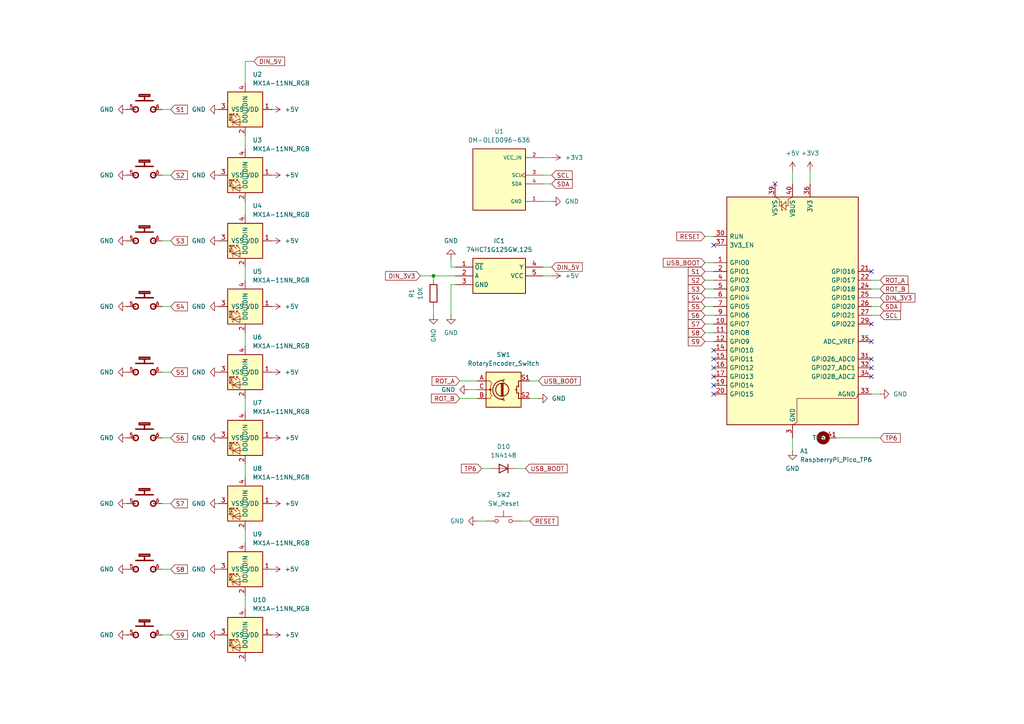
<source format=kicad_sch>
(kicad_sch (version 20250114) (generator "eeschema") (generator_version "9.0")
  (paper "A4")
  (title_block (title "Mini Tastatur by Sinclair81") (date "2025-09-13") (rev "A") (comment 1 "9 Buttons (12 Buttons on MacroPad)") (comment 2 "I2C Display (SPI Display on MacroPad)") (comment 3 "Raspberry Pi Pico (RP 2040 + SMD components on MacroPad)") (comment 4 "--> Adafruit MacroPad - Changes:"))
  (lib_symbols
    (symbol "74HCT1G125GW:74HCT1G125GW,125"
      (property "Reference" "IC" (at 21.59 7.62 0))
      (property "Value" "74HCT1G125GW,125" (at 21.59 5.08 0))
      (symbol "74HCT1G125GW,125_1_1"
        (rectangle (start 5.08 2.54) (end 20.32 -7.62) (stroke (width 0.254)) (fill (type background)))
        (pin passive line (at 0 0 0) (length 5.08) (name "~{OE}") (number "1"))
        (pin passive line (at 0 -2.54 0) (length 5.08) (name "A") (number "2"))
        (pin passive line (at 0 -5.08 0) (length 5.08) (name "GND") (number "3"))
        (pin passive line (at 25.4 0 180) (length 5.08) (name "Y") (number "4"))
        (pin passive line (at 25.4 -2.54 180) (length 5.08) (name "VCC") (number "5"))
      )
    )
    (symbol "Device:R" (pin_numbers (hide yes)) (pin_names (offset 0))
      (property "Reference" "R" (at 2.032 0 90))
      (property "Value" "R" (at 0 0 90))
      (symbol "R_0_1"
        (rectangle (start -1.016 -2.54) (end 1.016 2.54) (stroke (width 0.254)))
      )
      (symbol "R_1_1"
        (pin passive line (at 0 3.81 270) (length 1.27) (name "~") (number "1"))
        (pin passive line (at 0 -3.81 90) (length 1.27) (name "~") (number "2"))
      )
    )
    (symbol "Device:RotaryEncoder_Switch" (pin_names (offset 0.254) (hide yes))
      (property "Reference" "SW" (at 0 6.604 0))
      (property "Value" "RotaryEncoder_Switch" (at 0 -6.604 0))
      (symbol "RotaryEncoder_Switch_0_1"
        (rectangle (start -5.08 5.08) (end 5.08 -5.08) (stroke (width 0.254)) (fill (type background)))
        (polyline (pts (xy -5.08 2.54) (xy -3.81 2.54) (xy -3.81 2.032)))
        (polyline (pts (xy -5.08 0) (xy -3.81 0) (xy -3.81 -1.016) (xy -3.302 -2.032)))
        (polyline (pts (xy -5.08 -2.54) (xy -3.81 -2.54) (xy -3.81 -2.032)))
        (polyline (pts (xy -4.318 0) (xy -3.81 0) (xy -3.81 1.016) (xy -3.302 2.032)))
        (circle (center -3.81 0) (radius 0.254) (fill (type outline)))
        (polyline (pts (xy -0.635 -1.778) (xy -0.635 1.778)) (stroke (width 0.254)))
        (circle (center -0.381 0) (radius 1.905) (stroke (width 0.254)))
        (polyline (pts (xy -0.381 -1.778) (xy -0.381 1.778)) (stroke (width 0.254)))
        (arc (start -0.381 -2.794) (mid -3.0988 -0.0635) (end -0.381 2.667) (stroke (width 0.254)))
        (polyline (pts (xy -0.127 1.778) (xy -0.127 -1.778)) (stroke (width 0.254)))
        (polyline (pts (xy 0.254 2.921) (xy -0.508 2.667) (xy 0.127 2.286)) (stroke (width 0.254)))
        (polyline (pts (xy 0.254 -3.048) (xy -0.508 -2.794) (xy 0.127 -2.413)) (stroke (width 0.254)))
        (polyline (pts (xy 3.81 1.016) (xy 3.81 -1.016)) (stroke (width 0.254)))
        (polyline (pts (xy 3.81 0) (xy 3.429 0)) (stroke (width 0.254)))
        (circle (center 4.318 1.016) (radius 0.127) (stroke (width 0.254)))
        (circle (center 4.318 -1.016) (radius 0.127) (stroke (width 0.254)))
        (polyline (pts (xy 5.08 2.54) (xy 4.318 2.54) (xy 4.318 1.016)) (stroke (width 0.254)))
        (polyline (pts (xy 5.08 -2.54) (xy 4.318 -2.54) (xy 4.318 -1.016)) (stroke (width 0.254)))
      )
      (symbol "RotaryEncoder_Switch_1_1"
        (pin passive line (at -7.62 2.54 0) (length 2.54) (name "A") (number "A"))
        (pin passive line (at -7.62 0 0) (length 2.54) (name "C") (number "C"))
        (pin passive line (at -7.62 -2.54 0) (length 2.54) (name "B") (number "B"))
        (pin passive line (at 7.62 2.54 180) (length 2.54) (name "S1") (number "S1"))
        (pin passive line (at 7.62 -2.54 180) (length 2.54) (name "S2") (number "S2"))
      )
    )
    (symbol "Diode:1N4148WT" (pin_numbers (hide yes)) (pin_names (hide yes))
      (property "Reference" "D" (at 0 2.54 0))
      (property "Value" "1N4148WT" (at 0 -2.54 0))
      (symbol "1N4148WT_0_1"
        (polyline (pts (xy -1.27 1.27) (xy -1.27 -1.27)) (stroke (width 0.254)))
        (polyline (pts (xy 1.27 1.27) (xy 1.27 -1.27) (xy -1.27 0) (xy 1.27 1.27)) (stroke (width 0.254)))
        (polyline (pts (xy 1.27 0) (xy -1.27 0)))
      )
      (symbol "1N4148WT_1_1"
        (pin passive line (at -3.81 0 0) (length 2.54) (name "K") (number "1"))
        (pin passive line (at 3.81 0 180) (length 2.54) (name "A") (number "2"))
      )
    )
    (symbol "MCU_Module:RaspberryPi_Pico_TP6" (pin_names (offset 0.762))
      (property "Reference" "A" (at -19.05 35.56 0))
      (property "Value" "RaspberryPi_Pico_TP6" (at 7.62 35.56 0))
      (symbol "RaspberryPi_Pico_TP6_0_1"
        (rectangle (start -19.05 34.29) (end 19.05 -31.75) (stroke (width 0.254)) (fill (type background)))
        (polyline (pts (xy -5.08 34.29) (xy -3.81 33.655) (xy -3.81 31.75) (xy -3.175 31.75)))
        (polyline (pts (xy -3.429 32.766) (xy -3.429 33.02) (xy -3.175 33.02) (xy -3.175 30.48) (xy -2.921 30.48) (xy -2.921 30.734)))
        (polyline (pts (xy -3.175 31.75) (xy -1.905 33.02) (xy -1.905 30.48) (xy -3.175 31.75)))
        (polyline (pts (xy 0 34.29) (xy -1.27 33.655) (xy -1.27 31.75) (xy -1.905 31.75)))
        (polyline (pts (xy 0 -31.75) (xy 1.27 -31.115) (xy 1.27 -24.13) (xy 18.415 -24.13) (xy 19.05 -22.86)))
        (circle (center 8.89 -35.56) (radius 1.27) (stroke (width 1.27)))
      )
      (symbol "RaspberryPi_Pico_TP6_1_1"
        (pin passive line (at -22.86 22.86 0) (length 3.81) (name "RUN") (number "30"))
        (pin passive line (at -22.86 20.32 0) (length 3.81) (name "3V3_EN") (number "37"))
        (pin bidirectional line (at -22.86 15.24 0) (length 3.81) (name "GPIO0") (number "1"))
        (pin bidirectional line (at -22.86 12.7 0) (length 3.81) (name "GPIO1") (number "2"))
        (pin bidirectional line (at -22.86 10.16 0) (length 3.81) (name "GPIO2") (number "4"))
        (pin bidirectional line (at -22.86 7.62 0) (length 3.81) (name "GPIO3") (number "5"))
        (pin bidirectional line (at -22.86 5.08 0) (length 3.81) (name "GPIO4") (number "6"))
        (pin bidirectional line (at -22.86 2.54 0) (length 3.81) (name "GPIO5") (number "7"))
        (pin bidirectional line (at -22.86 0 0) (length 3.81) (name "GPIO6") (number "9"))
        (pin bidirectional line (at -22.86 -2.54 0) (length 3.81) (name "GPIO7") (number "10"))
        (pin bidirectional line (at -22.86 -5.08 0) (length 3.81) (name "GPIO8") (number "11"))
        (pin bidirectional line (at -22.86 -7.62 0) (length 3.81) (name "GPIO9") (number "12"))
        (pin bidirectional line (at -22.86 -10.16 0) (length 3.81) (name "GPIO10") (number "14"))
        (pin bidirectional line (at -22.86 -12.7 0) (length 3.81) (name "GPIO11") (number "15"))
        (pin bidirectional line (at -22.86 -15.24 0) (length 3.81) (name "GPIO12") (number "16"))
        (pin bidirectional line (at -22.86 -17.78 0) (length 3.81) (name "GPIO13") (number "17"))
        (pin bidirectional line (at -22.86 -20.32 0) (length 3.81) (name "GPIO14") (number "19"))
        (pin bidirectional line (at -22.86 -22.86 0) (length 3.81) (name "GPIO15") (number "20"))
        (pin power_in line (at -5.08 38.1 270) (length 3.81) (name "VSYS") (number "39"))
        (pin power_out line (at 0 38.1 270) (length 3.81) (name "VBUS") (number "40"))
        (pin passive line (at 0 -35.56 90) (length 3.81) (hide yes) (name "GND") (number "13"))
        (pin passive line (at 0 -35.56 90) (length 3.81) (hide yes) (name "GND") (number "18"))
        (pin passive line (at 0 -35.56 90) (length 3.81) (hide yes) (name "GND") (number "23"))
        (pin passive line (at 0 -35.56 90) (length 3.81) (hide yes) (name "GND") (number "28"))
        (pin power_out line (at 0 -35.56 90) (length 3.81) (name "GND") (number "3"))
        (pin passive line (at 0 -35.56 90) (length 3.81) (hide yes) (name "GND") (number "38"))
        (pin passive line (at 0 -35.56 90) (length 3.81) (hide yes) (name "GND") (number "8"))
        (pin power_out line (at 5.08 38.1 270) (length 3.81) (name "3V3") (number "36"))
        (pin input line (at 12.7 -35.56 180) (length 2.54) (name "TP6") (number "41"))
        (pin bidirectional line (at 22.86 12.7 180) (length 3.81) (name "GPIO16") (number "21"))
        (pin bidirectional line (at 22.86 10.16 180) (length 3.81) (name "GPIO17") (number "22"))
        (pin bidirectional line (at 22.86 7.62 180) (length 3.81) (name "GPIO18") (number "24"))
        (pin bidirectional line (at 22.86 5.08 180) (length 3.81) (name "GPIO19") (number "25"))
        (pin bidirectional line (at 22.86 2.54 180) (length 3.81) (name "GPIO20") (number "26"))
        (pin bidirectional line (at 22.86 0 180) (length 3.81) (name "GPIO21") (number "27"))
        (pin bidirectional line (at 22.86 -2.54 180) (length 3.81) (name "GPIO22") (number "29"))
        (pin power_in line (at 22.86 -7.62 180) (length 3.81) (name "ADC_VREF") (number "35"))
        (pin bidirectional line (at 22.86 -12.7 180) (length 3.81) (name "GPIO26_ADC0") (number "31"))
        (pin bidirectional line (at 22.86 -15.24 180) (length 3.81) (name "GPIO27_ADC1") (number "32"))
        (pin bidirectional line (at 22.86 -17.78 180) (length 3.81) (name "GPIO28_ADC2") (number "34"))
        (pin power_out line (at 22.86 -22.86 180) (length 3.81) (name "AGND") (number "33"))
      )
    )
    (symbol "MX1A-11NN:MX1A-11NN_RGB" (pin_names (offset 1.016))
      (property "Reference" "U" (at -4.445 -3.81 0))
      (property "Value" "MX1A-11NN_RGB" (at 0 0 0))
      (symbol "MX1A-11NN_RGB_0_0"
        (polyline (pts (xy -2.54 2.54) (xy 0 2.54)) (stroke (width 0.4064)))
        (circle (center -2.54 0) (radius 0.762) (stroke (width 0.4064)))
        (polyline (pts (xy -1.524 4.318) (xy 1.524 4.318)) (stroke (width 0.4064)))
        (polyline (pts (xy -1.524 3.81) (xy -1.524 4.318)) (stroke (width 0.4064)))
        (polyline (pts (xy 0 3.81) (xy -1.524 3.81)) (stroke (width 0.4064)))
        (polyline (pts (xy 0 2.54) (xy 0 3.81)) (stroke (width 0.4064)))
        (polyline (pts (xy 1.524 4.318) (xy 1.524 3.81)) (stroke (width 0.4064)))
        (polyline (pts (xy 1.524 3.81) (xy 0.254 3.81)) (stroke (width 0.4064)))
        (polyline (pts (xy 2.54 2.54) (xy 0 2.54)) (stroke (width 0.4064)))
        (circle (center 2.54 0) (radius 0.762) (stroke (width 0.4064)))
        (text "RGB" (at 25.019 -2.286 900) (effects (font (size 0.762 0.762))))
      )
      (symbol "MX1A-11NN_RGB_0_1"
        (polyline (pts (xy 25.654 -1.27) (xy 25.654 -1.778)))
        (polyline (pts (xy 25.654 -4.699) (xy 25.654 -2.667)))
        (polyline (pts (xy 26.67 -1.27) (xy 26.67 -1.778)))
        (polyline (pts (xy 26.67 -2.286) (xy 25.654 -1.27) (xy 26.162 -1.27)))
        (polyline (pts (xy 27.686 -2.286) (xy 26.67 -1.27) (xy 27.178 -1.27)))
        (polyline (pts (xy 27.686 -4.699) (xy 27.686 -2.667) (xy 25.654 -3.683) (xy 27.686 -4.699)))
        (polyline (pts (xy 28.194 -3.683) (xy 25.654 -3.683) (xy 25.146 -3.683)))
        (rectangle (start 34.29 -5.08) (end 24.13 5.08) (stroke (width 0.254)) (fill (type background)))
      )
      (symbol "MX1A-11NN_RGB_1_0"
        (pin passive line (at -5.08 0 0) (length 2.54) (name "~") (number "5"))
        (pin passive line (at 5.08 0 180) (length 2.54) (name "~") (number "6"))
      )
      (symbol "MX1A-11NN_RGB_1_1"
        (pin power_in line (at 21.59 0 0) (length 2.54) (name "VSS") (number "3"))
        (pin input line (at 29.21 7.62 270) (length 2.54) (name "DIN") (number "4"))
        (pin output line (at 29.21 -7.62 90) (length 2.54) (name "DOUT") (number "2"))
        (pin power_in line (at 36.83 0 180) (length 2.54) (name "VDD") (number "1"))
      )
    )
    (symbol "SSD1306_I2C:DM-OLED096-636" (pin_names (offset 1.016))
      (property "Reference" "U" (at -7.62 10.922 0))
      (property "Value" "DM-OLED096-636" (at -7.62 -10.16 0))
      (symbol "DM-OLED096-636_0_0"
        (rectangle (start -7.62 -7.62) (end 7.62 10.16) (stroke (width 0.254)) (fill (type background)))
        (pin power_in line (at 12.7 7.62 180) (length 5.08) (name "VCC_IN") (number "2"))
        (pin input clock (at 12.7 2.54 180) (length 5.08) (name "SCL") (number "3"))
        (pin bidirectional line (at 12.7 0 180) (length 5.08) (name "SDA") (number "4"))
        (pin power_in line (at 12.7 -5.08 180) (length 5.08) (name "GND") (number "1"))
      )
    )
    (symbol "Switch:SW_Push" (pin_numbers (hide yes)) (pin_names (offset 1.016) (hide yes))
      (property "Reference" "SW" (at 1.27 2.54 0))
      (property "Value" "SW_Push" (at 0 -1.524 0))
      (symbol "SW_Push_0_1"
        (circle (center -2.032 0) (radius 0.508))
        (polyline (pts (xy 0 1.27) (xy 0 3.048)))
        (circle (center 2.032 0) (radius 0.508))
        (polyline (pts (xy 2.54 1.27) (xy -2.54 1.27)))
        (pin passive line (at -5.08 0 0) (length 2.54) (name "1") (number "1"))
        (pin passive line (at 5.08 0 180) (length 2.54) (name "2") (number "2"))
      )
    )
    (symbol "power:+3V3" (power) (pin_numbers (hide yes)) (pin_names (offset 0) (hide yes))
      (property "Value" "+3V3" (at 0 3.556 0))
      (symbol "+3V3_0_1"
        (polyline (pts (xy -0.762 1.27) (xy 0 2.54)))
        (polyline (pts (xy 0 2.54) (xy 0.762 1.27)))
        (polyline (pts (xy 0 0) (xy 0 2.54)))
      )
      (symbol "+3V3_1_1"
        (pin power_in line (at 0 0 90) (length 0) (name "~") (number "1"))
      )
    )
    (symbol "power:+5V" (power) (pin_numbers (hide yes)) (pin_names (offset 0) (hide yes))
      (property "Value" "+5V" (at 0 3.556 0))
      (symbol "+5V_0_1"
        (polyline (pts (xy -0.762 1.27) (xy 0 2.54)))
        (polyline (pts (xy 0 2.54) (xy 0.762 1.27)))
        (polyline (pts (xy 0 0) (xy 0 2.54)))
      )
      (symbol "+5V_1_1"
        (pin power_in line (at 0 0 90) (length 0) (name "~") (number "1"))
      )
    )
    (symbol "power:GND" (power) (pin_numbers (hide yes)) (pin_names (offset 0) (hide yes))
      (property "Value" "GND" (at 0 -3.81 0))
      (symbol "GND_0_1"
        (polyline (pts (xy 0 0) (xy 0 -1.27) (xy 1.27 -1.27) (xy 0 -2.54) (xy -1.27 -1.27) (xy 0 -1.27)))
      )
      (symbol "GND_1_1"
        (pin power_in line (at 0 0 270) (length 0) (name "~") (number "1"))
      )
    )
  )
  (junction (at 125.73 80.01))
  (no_connect (at 224.79 53.34))
  (no_connect (at 252.73 106.68))
  (no_connect (at 207.01 106.68))
  (no_connect (at 207.01 111.76))
  (no_connect (at 252.73 104.14))
  (no_connect (at 207.01 71.12))
  (no_connect (at 207.01 101.6))
  (no_connect (at 207.01 114.3))
  (no_connect (at 252.73 109.22))
  (no_connect (at 252.73 78.74))
  (no_connect (at 252.73 99.06))
  (no_connect (at 207.01 104.14))
  (no_connect (at 207.01 109.22))
  (no_connect (at 252.73 93.98))
  (wire (pts (xy 234.95 49.53) (xy 234.95 53.34)))
  (wire (pts (xy 151.13 151.13) (xy 153.67 151.13)))
  (wire (pts (xy 229.87 49.53) (xy 229.87 53.34)))
  (wire (pts (xy 71.12 172.72) (xy 71.12 176.53)))
  (wire (pts (xy 71.12 39.37) (xy 71.12 43.18)))
  (wire (pts (xy 157.48 45.72) (xy 160.02 45.72)))
  (wire (pts (xy 133.35 115.57) (xy 138.43 115.57)))
  (wire (pts (xy 204.47 86.36) (xy 207.01 86.36)))
  (wire (pts (xy 204.47 68.58) (xy 207.01 68.58)))
  (wire (pts (xy 71.12 115.57) (xy 71.12 119.38)))
  (wire (pts (xy 252.73 91.44) (xy 255.27 91.44)))
  (wire (pts (xy 252.73 86.36) (xy 255.27 86.36)))
  (wire (pts (xy 153.67 110.49) (xy 156.21 110.49)))
  (wire (pts (xy 125.73 80.01) (xy 125.73 81.28)))
  (wire (pts (xy 149.86 135.89) (xy 152.4 135.89)))
  (wire (pts (xy 252.73 114.3) (xy 255.27 114.3)))
  (wire (pts (xy 229.87 127) (xy 229.87 130.81)))
  (wire (pts (xy 46.99 69.85) (xy 49.53 69.85)))
  (wire (pts (xy 71.12 134.62) (xy 71.12 138.43)))
  (wire (pts (xy 204.47 83.82) (xy 207.01 83.82)))
  (wire (pts (xy 71.12 153.67) (xy 71.12 157.48)))
  (wire (pts (xy 135.89 113.03) (xy 138.43 113.03)))
  (wire (pts (xy 204.47 81.28) (xy 207.01 81.28)))
  (wire (pts (xy 242.57 127) (xy 255.27 127)))
  (wire (pts (xy 130.81 77.47) (xy 130.81 74.93)))
  (wire (pts (xy 46.99 127) (xy 49.53 127)))
  (wire (pts (xy 204.47 78.74) (xy 207.01 78.74)))
  (wire (pts (xy 204.47 91.44) (xy 207.01 91.44)))
  (wire (pts (xy 204.47 99.06) (xy 207.01 99.06)))
  (wire (pts (xy 132.08 80.01) (xy 125.73 80.01)))
  (wire (pts (xy 71.12 24.13) (xy 71.12 17.78)))
  (wire (pts (xy 125.73 91.44) (xy 125.73 88.9)))
  (wire (pts (xy 157.48 58.42) (xy 160.02 58.42)))
  (wire (pts (xy 46.99 107.95) (xy 49.53 107.95)))
  (wire (pts (xy 204.47 88.9) (xy 207.01 88.9)))
  (wire (pts (xy 71.12 58.42) (xy 71.12 62.23)))
  (wire (pts (xy 204.47 93.98) (xy 207.01 93.98)))
  (wire (pts (xy 46.99 184.15) (xy 49.53 184.15)))
  (wire (pts (xy 138.43 151.13) (xy 140.97 151.13)))
  (wire (pts (xy 157.48 77.47) (xy 160.02 77.47)))
  (wire (pts (xy 204.47 96.52) (xy 207.01 96.52)))
  (wire (pts (xy 46.99 146.05) (xy 49.53 146.05)))
  (wire (pts (xy 252.73 83.82) (xy 255.27 83.82)))
  (wire (pts (xy 157.48 80.01) (xy 160.02 80.01)))
  (wire (pts (xy 130.81 82.55) (xy 130.81 91.44)))
  (wire (pts (xy 132.08 82.55) (xy 130.81 82.55)))
  (wire (pts (xy 133.35 110.49) (xy 138.43 110.49)))
  (wire (pts (xy 46.99 88.9) (xy 49.53 88.9)))
  (wire (pts (xy 252.73 88.9) (xy 255.27 88.9)))
  (wire (pts (xy 157.48 50.8) (xy 160.02 50.8)))
  (wire (pts (xy 46.99 165.1) (xy 49.53 165.1)))
  (wire (pts (xy 71.12 96.52) (xy 71.12 100.33)))
  (wire (pts (xy 153.67 115.57) (xy 156.21 115.57)))
  (wire (pts (xy 46.99 50.8) (xy 49.53 50.8)))
  (wire (pts (xy 71.12 77.47) (xy 71.12 81.28)))
  (wire (pts (xy 204.47 76.2) (xy 207.01 76.2)))
  (wire (pts (xy 252.73 81.28) (xy 255.27 81.28)))
  (wire (pts (xy 132.08 77.47) (xy 130.81 77.47)))
  (wire (pts (xy 139.7 135.89) (xy 142.24 135.89)))
  (wire (pts (xy 71.12 17.78) (xy 73.66 17.78)))
  (wire (pts (xy 46.99 31.75) (xy 49.53 31.75)))
  (wire (pts (xy 157.48 53.34) (xy 160.02 53.34)))
  (wire (pts (xy 121.92 80.01) (xy 125.73 80.01)))
  (global_label "SDA" (shape input) (at 160.02 53.34 0) (property "Intersheetrefs" "${INTERSHEET_REFS}" (effects (hide yes))))
  (global_label "S9" (shape input) (at 204.47 99.06 180) (property "Intersheetrefs" "${INTERSHEET_REFS}" (effects (hide yes))))
  (global_label "S1" (shape input) (at 204.47 78.74 180) (property "Intersheetrefs" "${INTERSHEET_REFS}" (effects (hide yes))))
  (global_label "S2" (shape input) (at 49.53 50.8 0) (property "Intersheetrefs" "${INTERSHEET_REFS}" (effects (hide yes))))
  (global_label "ROT_B" (shape input) (at 133.35 115.57 180) (property "Intersheetrefs" "${INTERSHEET_REFS}" (effects (hide yes))))
  (global_label "S8" (shape input) (at 49.53 165.1 0) (property "Intersheetrefs" "${INTERSHEET_REFS}" (effects (hide yes))))
  (global_label "USB_BOOT" (shape input) (at 156.21 110.49 0) (property "Intersheetrefs" "${INTERSHEET_REFS}" (effects (hide yes))))
  (global_label "ROT_B" (shape input) (at 255.27 83.82 0) (property "Intersheetrefs" "${INTERSHEET_REFS}" (effects (hide yes))))
  (global_label "DIN_3V3" (shape input) (at 255.27 86.36 0) (property "Intersheetrefs" "${INTERSHEET_REFS}" (effects (hide yes))))
  (global_label "DIN_3V3" (shape input) (at 121.92 80.01 180) (property "Intersheetrefs" "${INTERSHEET_REFS}" (effects (hide yes))))
  (global_label "S4" (shape input) (at 204.47 86.36 180) (property "Intersheetrefs" "${INTERSHEET_REFS}" (effects (hide yes))))
  (global_label "S5" (shape input) (at 204.47 88.9 180) (property "Intersheetrefs" "${INTERSHEET_REFS}" (effects (hide yes))))
  (global_label "TP6" (shape input) (at 139.7 135.89 180) (property "Intersheetrefs" "${INTERSHEET_REFS}" (effects (hide yes))))
  (global_label "SCL" (shape input) (at 255.27 91.44 0) (property "Intersheetrefs" "${INTERSHEET_REFS}" (effects (hide yes))))
  (global_label "S8" (shape input) (at 204.47 96.52 180) (property "Intersheetrefs" "${INTERSHEET_REFS}" (effects (hide yes))))
  (global_label "RESET" (shape input) (at 153.67 151.13 0) (property "Intersheetrefs" "${INTERSHEET_REFS}" (effects (hide yes))))
  (global_label "S6" (shape input) (at 49.53 127 0) (property "Intersheetrefs" "${INTERSHEET_REFS}" (effects (hide yes))))
  (global_label "S9" (shape input) (at 49.53 184.15 0) (property "Intersheetrefs" "${INTERSHEET_REFS}" (effects (hide yes))))
  (global_label "S3" (shape input) (at 204.47 83.82 180) (property "Intersheetrefs" "${INTERSHEET_REFS}" (effects (hide yes))))
  (global_label "RESET" (shape input) (at 204.47 68.58 180) (property "Intersheetrefs" "${INTERSHEET_REFS}" (effects (hide yes))))
  (global_label "S4" (shape input) (at 49.53 88.9 0) (property "Intersheetrefs" "${INTERSHEET_REFS}" (effects (hide yes))))
  (global_label "USB_BOOT" (shape input) (at 152.4 135.89 0) (property "Intersheetrefs" "${INTERSHEET_REFS}" (effects (hide yes))))
  (global_label "TP6" (shape input) (at 255.27 127 0) (property "Intersheetrefs" "${INTERSHEET_REFS}" (effects (hide yes))))
  (global_label "SDA" (shape input) (at 255.27 88.9 0) (property "Intersheetrefs" "${INTERSHEET_REFS}" (effects (hide yes))))
  (global_label "SCL" (shape input) (at 160.02 50.8 0) (property "Intersheetrefs" "${INTERSHEET_REFS}" (effects (hide yes))))
  (global_label "S6" (shape input) (at 204.47 91.44 180) (property "Intersheetrefs" "${INTERSHEET_REFS}" (effects (hide yes))))
  (global_label "DIN_5V" (shape input) (at 73.66 17.78 0) (property "Intersheetrefs" "${INTERSHEET_REFS}" (effects (hide yes))))
  (global_label "DIN_5V" (shape input) (at 160.02 77.47 0) (property "Intersheetrefs" "${INTERSHEET_REFS}" (effects (hide yes))))
  (global_label "ROT_A" (shape input) (at 255.27 81.28 0) (property "Intersheetrefs" "${INTERSHEET_REFS}" (effects (hide yes))))
  (global_label "ROT_A" (shape input) (at 133.35 110.49 180) (property "Intersheetrefs" "${INTERSHEET_REFS}" (effects (hide yes))))
  (global_label "S3" (shape input) (at 49.53 69.85 0) (property "Intersheetrefs" "${INTERSHEET_REFS}" (effects (hide yes))))
  (global_label "USB_BOOT" (shape input) (at 204.47 76.2 180) (property "Intersheetrefs" "${INTERSHEET_REFS}" (effects (hide yes))))
  (global_label "S5" (shape input) (at 49.53 107.95 0) (property "Intersheetrefs" "${INTERSHEET_REFS}" (effects (hide yes))))
  (global_label "S7" (shape input) (at 49.53 146.05 0) (property "Intersheetrefs" "${INTERSHEET_REFS}" (effects (hide yes))))
  (global_label "S7" (shape input) (at 204.47 93.98 180) (property "Intersheetrefs" "${INTERSHEET_REFS}" (effects (hide yes))))
  (global_label "S2" (shape input) (at 204.47 81.28 180) (property "Intersheetrefs" "${INTERSHEET_REFS}" (effects (hide yes))))
  (global_label "S1" (shape input) (at 49.53 31.75 0) (property "Intersheetrefs" "${INTERSHEET_REFS}" (effects (hide yes))))
  (symbol (lib_id "power:GND") (at 36.83 184.15 270) (unit 1)
    (property "Reference" "#PWR025" (effects (hide yes)))
    (property "Value" "GND" (at 33.02 184.1499 90) (effects (justify right)))
    (property "Description" "Power symbol creates a global label with name \"GND\" , ground" (effects (hide yes)))
  )
  (symbol (lib_id "power:+5V") (at 160.02 80.01 270) (unit 1)
    (property "Reference" "#PWR029" (effects (hide yes)))
    (property "Value" "+5V" (at 163.83 80.0099 90) (effects (justify left)))
    (property "Description" "Power symbol creates a global label with name \"+5V\"" (effects (hide yes)))
  )
  (symbol (lib_id "power:GND") (at 255.27 114.3 90) (unit 1)
    (property "Reference" "#PWR035" (effects (hide yes)))
    (property "Value" "GND" (at 259.08 114.2999 90) (effects (justify right)))
    (property "Description" "Power symbol creates a global label with name \"GND\" , ground" (effects (hide yes)))
  )
  (symbol (lib_id "power:GND") (at 63.5 107.95 270) (unit 1)
    (property "Reference" "#PWR013" (effects (hide yes)))
    (property "Value" "GND" (at 59.69 107.9499 90) (effects (justify right)))
    (property "Description" "Power symbol creates a global label with name \"GND\" , ground" (effects (hide yes)))
  )
  (symbol (lib_id "power:+5V") (at 78.74 127 270) (unit 1)
    (property "Reference" "#PWR017" (effects (hide yes)))
    (property "Value" "+5V" (at 82.55 126.9999 90) (effects (justify left)))
    (property "Description" "Power symbol creates a global label with name \"+5V\"" (effects (hide yes)))
  )
  (symbol (lib_id "power:GND") (at 160.02 58.42 90) (unit 1)
    (property "Reference" "#PWR036" (effects (hide yes)))
    (property "Value" "GND" (at 163.83 58.4199 90) (effects (justify right)))
    (property "Description" "Power symbol creates a global label with name \"GND\" , ground" (effects (hide yes)))
  )
  (symbol (lib_id "power:GND") (at 36.83 107.95 270) (unit 1)
    (property "Reference" "#PWR012" (effects (hide yes)))
    (property "Value" "GND" (at 33.02 107.9499 90) (effects (justify right)))
    (property "Description" "Power symbol creates a global label with name \"GND\" , ground" (effects (hide yes)))
  )
  (symbol (lib_id "power:GND") (at 63.5 31.75 270) (unit 1)
    (property "Reference" "#PWR02" (effects (hide yes)))
    (property "Value" "GND" (at 59.69 31.7499 90) (effects (justify right)))
    (property "Description" "Power symbol creates a global label with name \"GND\" , ground" (effects (hide yes)))
  )
  (symbol (lib_id "power:GND") (at 36.83 88.9 270) (unit 1)
    (property "Reference" "#PWR09" (effects (hide yes)))
    (property "Value" "GND" (at 33.02 88.8999 90) (effects (justify right)))
    (property "Description" "Power symbol creates a global label with name \"GND\" , ground" (effects (hide yes)))
  )
  (symbol (lib_id "Diode:1N4148WT") (at 146.05 135.89 180) (unit 1)
    (property "Reference" "D10" (at 146.05 129.54 0))
    (property "Value" "1N4148" (at 146.05 132.08 0))
    (property "Footprint" "Diode_SMD:D_SOD-523" (effects (hide yes)))
    (property "Datasheet" "https://www.diodes.com/assets/Datasheets/ds30396.pdf" (effects (hide yes)))
    (property "Description" "75V 0.15A Fast switching Diode, SOD-523" (effects (hide yes)))
    (property "Sim.Device" "D" (effects (hide yes)))
    (property "Sim.Pins" "1=K 2=A" (effects (hide yes)))
  )
  (symbol (lib_id "74HCT1G125GW:74HCT1G125GW,125") (at 132.08 77.47 0) (unit 1)
    (property "Reference" "IC1" (at 144.78 69.85 0))
    (property "Value" "74HCT1G125GW,125" (at 144.78 72.39 0))
    (property "Footprint" "SOT65P212X110-5N" (effects (hide yes)))
    (property "Datasheet" "https://assets.nexperia.com/documents/data-sheet/74HC_HCT1G125.pdf" (effects (hide yes)))
    (property "Description" "74HC(T)1G125 - Bus buffer/line driver; 3-state@en-us" (effects (hide yes)))
    (property "Height" "1.1" (effects (hide yes)))
    (property "Mouser Part Number" "771-74HCT1G125GW-G" (effects (hide yes)))
    (property "Mouser Price/Stock" "https://www.mouser.co.uk/ProductDetail/Nexperia/74HCT1G125GW125?qs=P62ublwmbi9fxWhuHktl8w%3D%3D" (effects (hide yes)))
    (property "Manufacturer_Name" "Nexperia" (effects (hide yes)))
    (property "Manufacturer_Part_Number" "74HCT1G125GW,125" (effects (hide yes)))
  )
  (symbol (lib_id "power:+5V") (at 78.74 31.75 270) (unit 1)
    (property "Reference" "#PWR019" (effects (hide yes)))
    (property "Value" "+5V" (at 82.55 31.7499 90) (effects (justify left)))
    (property "Description" "Power symbol creates a global label with name \"+5V\"" (effects (hide yes)))
  )
  (symbol (lib_id "Device:RotaryEncoder_Switch") (at 146.05 113.03 0) (unit 1)
    (property "Reference" "SW1" (at 146.05 102.87 0))
    (property "Value" "RotaryEncoder_Switch" (at 146.05 105.41 0))
    (property "Footprint" "Rotary_Encoder:RotaryEncoder_Alps_EC11E-Switch_Vertical_H20mm" (effects (hide yes)))
    (property "Description" "Rotary encoder, dual channel, incremental quadrate outputs, with switch" (effects (hide yes)))
  )
  (symbol (lib_id "power:GND") (at 63.5 88.9 270) (unit 1)
    (property "Reference" "#PWR010" (effects (hide yes)))
    (property "Value" "GND" (at 59.69 88.8999 90) (effects (justify right)))
    (property "Description" "Power symbol creates a global label with name \"GND\" , ground" (effects (hide yes)))
  )
  (symbol (lib_id "power:GND") (at 138.43 151.13 270) (unit 1)
    (property "Reference" "#PWR040" (effects (hide yes)))
    (property "Value" "GND" (at 134.62 151.1299 90) (effects (justify right)))
    (property "Description" "Power symbol creates a global label with name \"GND\" , ground" (effects (hide yes)))
  )
  (symbol (lib_id "power:+5V") (at 78.74 146.05 270) (unit 1)
    (property "Reference" "#PWR021" (effects (hide yes)))
    (property "Value" "+5V" (at 82.55 146.0499 90) (effects (justify left)))
    (property "Description" "Power symbol creates a global label with name \"+5V\"" (effects (hide yes)))
  )
  (symbol (lib_id "MX1A-11NN:MX1A-11NN_RGB") (at 41.91 50.8 0) (unit 1)
    (property "Reference" "U3" (at 73.2633 40.64 0) (effects (justify left)))
    (property "Value" "MX1A-11NN_RGB" (at 73.2633 43.18 0) (effects (justify left)))
    (property "Footprint" "MX1A-11NN:CHERRY_MX1A-11NN_SWITCH_RGB" (effects (hide yes)))
    (property "MF" "Cherry" (effects (hide yes)))
    (property "Description_1" "Switch,Key,SPST-NO,Keyboard,Low Profile,10mA,12VDC,Face Place Mount,Std Force | Cherry Americas MX1A-11NN" (effects (hide yes)))
    (property "Package" "None" (effects (hide yes)))
    (property "Price" "None" (effects (hide yes)))
    (property "SnapEDA_Link" "https://www.snapeda.com/parts/MX1A-11NN/Cherry/view-part/?ref=snap" (effects (hide yes)))
    (property "MP" "MX1A-11NN" (effects (hide yes)))
    (property "Availability" "In Stock" (effects (hide yes)))
    (property "Check_prices" "https://www.snapeda.com/parts/MX1A-11NN/Cherry/view-part/?ref=eda" (effects (hide yes)))
  )
  (symbol (lib_id "power:+5V") (at 78.74 184.15 270) (unit 1)
    (property "Reference" "#PWR027" (effects (hide yes)))
    (property "Value" "+5V" (at 82.55 184.1499 90) (effects (justify left)))
    (property "Description" "Power symbol creates a global label with name \"+5V\"" (effects (hide yes)))
  )
  (symbol (lib_id "power:+3V3") (at 160.02 45.72 270) (unit 1)
    (property "Reference" "#PWR038" (effects (hide yes)))
    (property "Value" "+3V3" (at 163.83 45.7199 90) (effects (justify left)))
    (property "Description" "Power symbol creates a global label with name \"+3V3\"" (effects (hide yes)))
  )
  (symbol (lib_id "power:GND") (at 156.21 115.57 90) (unit 1)
    (property "Reference" "#PWR033" (effects (hide yes)))
    (property "Value" "GND" (at 160.02 115.5699 90) (effects (justify right)))
    (property "Description" "Power symbol creates a global label with name \"GND\" , ground" (effects (hide yes)))
  )
  (symbol (lib_id "power:+5V") (at 229.87 49.53 0) (unit 1)
    (property "Reference" "#PWR028" (effects (hide yes)))
    (property "Value" "+5V" (at 229.87 44.45 0))
    (property "Description" "Power symbol creates a global label with name \"+5V\"" (effects (hide yes)))
  )
  (symbol (lib_id "power:+5V") (at 78.74 50.8 270) (unit 1)
    (property "Reference" "#PWR05" (effects (hide yes)))
    (property "Value" "+5V" (at 82.55 50.7999 90) (effects (justify left)))
    (property "Description" "Power symbol creates a global label with name \"+5V\"" (effects (hide yes)))
  )
  (symbol (lib_id "power:GND") (at 63.5 146.05 270) (unit 1)
    (property "Reference" "#PWR020" (effects (hide yes)))
    (property "Value" "GND" (at 59.69 146.0499 90) (effects (justify right)))
    (property "Description" "Power symbol creates a global label with name \"GND\" , ground" (effects (hide yes)))
  )
  (symbol (lib_id "MX1A-11NN:MX1A-11NN_RGB") (at 41.91 31.75 0) (unit 1)
    (property "Reference" "U2" (at 73.2633 21.59 0) (effects (justify left)))
    (property "Value" "MX1A-11NN_RGB" (at 73.2633 24.13 0) (effects (justify left)))
    (property "Footprint" "MX1A-11NN:CHERRY_MX1A-11NN_SWITCH_RGB" (effects (hide yes)))
    (property "MF" "Cherry" (effects (hide yes)))
    (property "Description_1" "Switch,Key,SPST-NO,Keyboard,Low Profile,10mA,12VDC,Face Place Mount,Std Force | Cherry Americas MX1A-11NN" (effects (hide yes)))
    (property "Package" "None" (effects (hide yes)))
    (property "Price" "None" (effects (hide yes)))
    (property "SnapEDA_Link" "https://www.snapeda.com/parts/MX1A-11NN/Cherry/view-part/?ref=snap" (effects (hide yes)))
    (property "MP" "MX1A-11NN" (effects (hide yes)))
    (property "Availability" "In Stock" (effects (hide yes)))
    (property "Check_prices" "https://www.snapeda.com/parts/MX1A-11NN/Cherry/view-part/?ref=eda" (effects (hide yes)))
  )
  (symbol (lib_id "MX1A-11NN:MX1A-11NN_RGB") (at 41.91 165.1 0) (unit 1)
    (property "Reference" "U9" (at 73.2633 154.94 0) (effects (justify left)))
    (property "Value" "MX1A-11NN_RGB" (at 73.2633 157.48 0) (effects (justify left)))
    (property "Footprint" "MX1A-11NN:CHERRY_MX1A-11NN_SWITCH_RGB" (effects (hide yes)))
    (property "MF" "Cherry" (effects (hide yes)))
    (property "Description_1" "Switch,Key,SPST-NO,Keyboard,Low Profile,10mA,12VDC,Face Place Mount,Std Force | Cherry Americas MX1A-11NN" (effects (hide yes)))
    (property "Package" "None" (effects (hide yes)))
    (property "Price" "None" (effects (hide yes)))
    (property "SnapEDA_Link" "https://www.snapeda.com/parts/MX1A-11NN/Cherry/view-part/?ref=snap" (effects (hide yes)))
    (property "MP" "MX1A-11NN" (effects (hide yes)))
    (property "Availability" "In Stock" (effects (hide yes)))
    (property "Check_prices" "https://www.snapeda.com/parts/MX1A-11NN/Cherry/view-part/?ref=eda" (effects (hide yes)))
  )
  (symbol (lib_id "power:GND") (at 135.89 113.03 270) (unit 1)
    (property "Reference" "#PWR034" (effects (hide yes)))
    (property "Value" "GND" (at 132.08 113.0299 90) (effects (justify right)))
    (property "Description" "Power symbol creates a global label with name \"GND\" , ground" (effects (hide yes)))
  )
  (symbol (lib_id "power:GND") (at 130.81 74.93 180) (unit 1)
    (property "Reference" "#PWR032" (effects (hide yes)))
    (property "Value" "GND" (at 130.81 69.85 0))
    (property "Description" "Power symbol creates a global label with name \"GND\" , ground" (effects (hide yes)))
  )
  (symbol (lib_id "power:GND") (at 63.5 50.8 270) (unit 1)
    (property "Reference" "#PWR04" (effects (hide yes)))
    (property "Value" "GND" (at 59.69 50.7999 90) (effects (justify right)))
    (property "Description" "Power symbol creates a global label with name \"GND\" , ground" (effects (hide yes)))
  )
  (symbol (lib_id "MCU_Module:RaspberryPi_Pico_TP6") (at 229.87 91.44 0) (unit 1)
    (property "Reference" "A1" (at 232.0133 130.81 0) (effects (justify left)))
    (property "Value" "RaspberryPi_Pico_TP6" (at 232.0133 133.35 0) (effects (justify left)))
    (property "Footprint" "Module:RaspberryPi_Pico_Common_SMD_TP6" (effects (hide yes)))
    (property "Datasheet" "https://datasheets.raspberrypi.com/pico/pico-datasheet.pdf" (effects (hide yes)))
    (property "Description" "Versatile and inexpensive microcontroller module powered by RP2040 dual-core Arm Cortex-M0+ processor up to 133 MHz, 264kB SRAM, 2MB QSPI flash; also supports Raspberry Pi Pico 2" (effects (hide yes)))
  )
  (symbol (lib_id "Switch:SW_Push") (at 146.05 151.13 0) (unit 1)
    (property "Reference" "SW2" (at 146.05 143.51 0))
    (property "Value" "SW_Reset" (at 146.05 146.05 0))
    (property "Footprint" "Button_Switch_SMD:SW_Push_1P1T_NO_E-Switch_TL3301NxxxxxG" (effects (hide yes)))
    (property "Description" "Push button switch, generic, two pins" (effects (hide yes)))
  )
  (symbol (lib_id "power:+5V") (at 78.74 88.9 270) (unit 1)
    (property "Reference" "#PWR011" (effects (hide yes)))
    (property "Value" "+5V" (at 82.55 88.8999 90) (effects (justify left)))
    (property "Description" "Power symbol creates a global label with name \"+5V\"" (effects (hide yes)))
  )
  (symbol (lib_id "power:GND") (at 63.5 69.85 270) (unit 1)
    (property "Reference" "#PWR07" (effects (hide yes)))
    (property "Value" "GND" (at 59.69 69.8499 90) (effects (justify right)))
    (property "Description" "Power symbol creates a global label with name \"GND\" , ground" (effects (hide yes)))
  )
  (symbol (lib_id "power:GND") (at 36.83 146.05 270) (unit 1)
    (property "Reference" "#PWR018" (effects (hide yes)))
    (property "Value" "GND" (at 33.02 146.0499 90) (effects (justify right)))
    (property "Description" "Power symbol creates a global label with name \"GND\" , ground" (effects (hide yes)))
  )
  (symbol (lib_id "MX1A-11NN:MX1A-11NN_RGB") (at 41.91 107.95 0) (unit 1)
    (property "Reference" "U6" (at 73.2633 97.79 0) (effects (justify left)))
    (property "Value" "MX1A-11NN_RGB" (at 73.2633 100.33 0) (effects (justify left)))
    (property "Footprint" "MX1A-11NN:CHERRY_MX1A-11NN_SWITCH_RGB" (effects (hide yes)))
    (property "MF" "Cherry" (effects (hide yes)))
    (property "Description_1" "Switch,Key,SPST-NO,Keyboard,Low Profile,10mA,12VDC,Face Place Mount,Std Force | Cherry Americas MX1A-11NN" (effects (hide yes)))
    (property "Package" "None" (effects (hide yes)))
    (property "Price" "None" (effects (hide yes)))
    (property "SnapEDA_Link" "https://www.snapeda.com/parts/MX1A-11NN/Cherry/view-part/?ref=snap" (effects (hide yes)))
    (property "MP" "MX1A-11NN" (effects (hide yes)))
    (property "Availability" "In Stock" (effects (hide yes)))
    (property "Check_prices" "https://www.snapeda.com/parts/MX1A-11NN/Cherry/view-part/?ref=eda" (effects (hide yes)))
  )
  (symbol (lib_id "MX1A-11NN:MX1A-11NN_RGB") (at 41.91 69.85 0) (unit 1)
    (property "Reference" "U4" (at 73.2633 59.69 0) (effects (justify left)))
    (property "Value" "MX1A-11NN_RGB" (at 73.2633 62.23 0) (effects (justify left)))
    (property "Footprint" "MX1A-11NN:CHERRY_MX1A-11NN_SWITCH_RGB" (effects (hide yes)))
    (property "MF" "Cherry" (effects (hide yes)))
    (property "Description_1" "Switch,Key,SPST-NO,Keyboard,Low Profile,10mA,12VDC,Face Place Mount,Std Force | Cherry Americas MX1A-11NN" (effects (hide yes)))
    (property "Package" "None" (effects (hide yes)))
    (property "Price" "None" (effects (hide yes)))
    (property "SnapEDA_Link" "https://www.snapeda.com/parts/MX1A-11NN/Cherry/view-part/?ref=snap" (effects (hide yes)))
    (property "MP" "MX1A-11NN" (effects (hide yes)))
    (property "Availability" "In Stock" (effects (hide yes)))
    (property "Check_prices" "https://www.snapeda.com/parts/MX1A-11NN/Cherry/view-part/?ref=eda" (effects (hide yes)))
  )
  (symbol (lib_id "power:GND") (at 63.5 184.15 270) (unit 1)
    (property "Reference" "#PWR026" (effects (hide yes)))
    (property "Value" "GND" (at 59.69 184.1499 90) (effects (justify right)))
    (property "Description" "Power symbol creates a global label with name \"GND\" , ground" (effects (hide yes)))
  )
  (symbol (lib_id "power:GND") (at 36.83 127 270) (unit 1)
    (property "Reference" "#PWR015" (effects (hide yes)))
    (property "Value" "GND" (at 33.02 126.9999 90) (effects (justify right)))
    (property "Description" "Power symbol creates a global label with name \"GND\" , ground" (effects (hide yes)))
  )
  (symbol (lib_id "MX1A-11NN:MX1A-11NN_RGB") (at 41.91 146.05 0) (unit 1)
    (property "Reference" "U8" (at 73.2633 135.89 0) (effects (justify left)))
    (property "Value" "MX1A-11NN_RGB" (at 73.2633 138.43 0) (effects (justify left)))
    (property "Footprint" "MX1A-11NN:CHERRY_MX1A-11NN_SWITCH_RGB" (effects (hide yes)))
    (property "MF" "Cherry" (effects (hide yes)))
    (property "Description_1" "Switch,Key,SPST-NO,Keyboard,Low Profile,10mA,12VDC,Face Place Mount,Std Force | Cherry Americas MX1A-11NN" (effects (hide yes)))
    (property "Package" "None" (effects (hide yes)))
    (property "Price" "None" (effects (hide yes)))
    (property "SnapEDA_Link" "https://www.snapeda.com/parts/MX1A-11NN/Cherry/view-part/?ref=snap" (effects (hide yes)))
    (property "MP" "MX1A-11NN" (effects (hide yes)))
    (property "Availability" "In Stock" (effects (hide yes)))
    (property "Check_prices" "https://www.snapeda.com/parts/MX1A-11NN/Cherry/view-part/?ref=eda" (effects (hide yes)))
  )
  (symbol (lib_id "power:+3V3") (at 234.95 49.53 0) (unit 1)
    (property "Reference" "#PWR037" (effects (hide yes)))
    (property "Value" "+3V3" (at 234.95 44.45 0))
    (property "Description" "Power symbol creates a global label with name \"+3V3\"" (effects (hide yes)))
  )
  (symbol (lib_id "power:+5V") (at 78.74 69.85 270) (unit 1)
    (property "Reference" "#PWR08" (effects (hide yes)))
    (property "Value" "+5V" (at 82.55 69.8499 90) (effects (justify left)))
    (property "Description" "Power symbol creates a global label with name \"+5V\"" (effects (hide yes)))
  )
  (symbol (lib_id "power:GND") (at 125.73 91.44 0) (unit 1)
    (property "Reference" "#PWR031" (effects (hide yes)))
    (property "Value" "GND" (at 125.7299 95.25 90) (effects (justify right)))
    (property "Description" "Power symbol creates a global label with name \"GND\" , ground" (effects (hide yes)))
  )
  (symbol (lib_id "Device:R") (at 125.73 85.09 180) (unit 1)
    (property "Reference" "R1" (at 119.38 85.09 90))
    (property "Value" "10K" (at 121.92 85.09 90))
    (property "Footprint" "Resistor_SMD:R_0603_1608Metric" (effects (hide yes)))
    (property "Description" "Resistor" (effects (hide yes)))
  )
  (symbol (lib_id "power:+5V") (at 78.74 165.1 270) (unit 1)
    (property "Reference" "#PWR024" (effects (hide yes)))
    (property "Value" "+5V" (at 82.55 165.0999 90) (effects (justify left)))
    (property "Description" "Power symbol creates a global label with name \"+5V\"" (effects (hide yes)))
  )
  (symbol (lib_id "MX1A-11NN:MX1A-11NN_RGB") (at 41.91 88.9 0) (unit 1)
    (property "Reference" "U5" (at 73.2633 78.74 0) (effects (justify left)))
    (property "Value" "MX1A-11NN_RGB" (at 73.2633 81.28 0) (effects (justify left)))
    (property "Footprint" "MX1A-11NN:CHERRY_MX1A-11NN_SWITCH_RGB" (effects (hide yes)))
    (property "MF" "Cherry" (effects (hide yes)))
    (property "Description_1" "Switch,Key,SPST-NO,Keyboard,Low Profile,10mA,12VDC,Face Place Mount,Std Force | Cherry Americas MX1A-11NN" (effects (hide yes)))
    (property "Package" "None" (effects (hide yes)))
    (property "Price" "None" (effects (hide yes)))
    (property "SnapEDA_Link" "https://www.snapeda.com/parts/MX1A-11NN/Cherry/view-part/?ref=snap" (effects (hide yes)))
    (property "MP" "MX1A-11NN" (effects (hide yes)))
    (property "Availability" "In Stock" (effects (hide yes)))
    (property "Check_prices" "https://www.snapeda.com/parts/MX1A-11NN/Cherry/view-part/?ref=eda" (effects (hide yes)))
  )
  (symbol (lib_id "power:GND") (at 130.81 91.44 0) (unit 1)
    (property "Reference" "#PWR030" (effects (hide yes)))
    (property "Value" "GND" (at 130.81 96.52 0))
    (property "Description" "Power symbol creates a global label with name \"GND\" , ground" (effects (hide yes)))
  )
  (symbol (lib_id "power:GND") (at 36.83 50.8 270) (unit 1)
    (property "Reference" "#PWR03" (effects (hide yes)))
    (property "Value" "GND" (at 33.02 50.7999 90) (effects (justify right)))
    (property "Description" "Power symbol creates a global label with name \"GND\" , ground" (effects (hide yes)))
  )
  (symbol (lib_id "SSD1306_I2C:DM-OLED096-636") (at 144.78 53.34 0) (unit 1)
    (property "Reference" "U1" (at 144.78 38.1 0))
    (property "Value" "DM-OLED096-636" (at 144.78 40.64 0))
    (property "Footprint" "DM-OLED096-636:MODULE_DM-OLED096-636" (effects (hide yes)))
    (property "MF" "Display Module" (effects (hide yes)))
    (property "MAXIMUM_PACKAGE_HEIGHT" "11.3 mm" (effects (hide yes)))
    (property "Package" "Package" (effects (hide yes)))
    (property "Price" "None" (effects (hide yes)))
    (property "Check_prices" "https://www.snapeda.com/parts/DM-OLED096-636/Display+Module/view-part/?ref=eda" (effects (hide yes)))
    (property "STANDARD" "Manufacturer Recommendations" (effects (hide yes)))
    (property "PARTREV" "2018-09-10" (effects (hide yes)))
    (property "SnapEDA_Link" "https://www.snapeda.com/parts/DM-OLED096-636/Display+Module/view-part/?ref=snap" (effects (hide yes)))
    (property "MP" "DM-OLED096-636" (effects (hide yes)))
    (property "Description_1" "0.96” 128 X 64 MONOCHROME GRAPHIC OLED DISPLAY MODULE - I2C" (effects (hide yes)))
    (property "Availability" "Not in stock" (effects (hide yes)))
    (property "MANUFACTURER" "Displaymodule" (effects (hide yes)))
  )
  (symbol (lib_id "power:GND") (at 36.83 31.75 270) (unit 1)
    (property "Reference" "#PWR01" (effects (hide yes)))
    (property "Value" "GND" (at 33.02 31.7499 90) (effects (justify right)))
    (property "Description" "Power symbol creates a global label with name \"GND\" , ground" (effects (hide yes)))
  )
  (symbol (lib_id "power:GND") (at 63.5 127 270) (unit 1)
    (property "Reference" "#PWR016" (effects (hide yes)))
    (property "Value" "GND" (at 59.69 126.9999 90) (effects (justify right)))
    (property "Description" "Power symbol creates a global label with name \"GND\" , ground" (effects (hide yes)))
  )
  (symbol (lib_id "power:GND") (at 36.83 69.85 270) (unit 1)
    (property "Reference" "#PWR06" (effects (hide yes)))
    (property "Value" "GND" (at 33.02 69.8499 90) (effects (justify right)))
    (property "Description" "Power symbol creates a global label with name \"GND\" , ground" (effects (hide yes)))
  )
  (symbol (lib_id "power:+5V") (at 78.74 107.95 270) (unit 1)
    (property "Reference" "#PWR014" (effects (hide yes)))
    (property "Value" "+5V" (at 82.55 107.9499 90) (effects (justify left)))
    (property "Description" "Power symbol creates a global label with name \"+5V\"" (effects (hide yes)))
  )
  (symbol (lib_id "power:GND") (at 63.5 165.1 270) (unit 1)
    (property "Reference" "#PWR023" (effects (hide yes)))
    (property "Value" "GND" (at 59.69 165.0999 90) (effects (justify right)))
    (property "Description" "Power symbol creates a global label with name \"GND\" , ground" (effects (hide yes)))
  )
  (symbol (lib_id "MX1A-11NN:MX1A-11NN_RGB") (at 41.91 184.15 0) (unit 1)
    (property "Reference" "U10" (at 73.2633 173.99 0) (effects (justify left)))
    (property "Value" "MX1A-11NN_RGB" (at 73.2633 176.53 0) (effects (justify left)))
    (property "Footprint" "MX1A-11NN:CHERRY_MX1A-11NN_SWITCH_RGB" (effects (hide yes)))
    (property "MF" "Cherry" (effects (hide yes)))
    (property "Description_1" "Switch,Key,SPST-NO,Keyboard,Low Profile,10mA,12VDC,Face Place Mount,Std Force | Cherry Americas MX1A-11NN" (effects (hide yes)))
    (property "Package" "None" (effects (hide yes)))
    (property "Price" "None" (effects (hide yes)))
    (property "SnapEDA_Link" "https://www.snapeda.com/parts/MX1A-11NN/Cherry/view-part/?ref=snap" (effects (hide yes)))
    (property "MP" "MX1A-11NN" (effects (hide yes)))
    (property "Availability" "In Stock" (effects (hide yes)))
    (property "Check_prices" "https://www.snapeda.com/parts/MX1A-11NN/Cherry/view-part/?ref=eda" (effects (hide yes)))
  )
  (symbol (lib_id "power:GND") (at 36.83 165.1 270) (unit 1)
    (property "Reference" "#PWR022" (effects (hide yes)))
    (property "Value" "GND" (at 33.02 165.0999 90) (effects (justify right)))
    (property "Description" "Power symbol creates a global label with name \"GND\" , ground" (effects (hide yes)))
  )
  (symbol (lib_id "MX1A-11NN:MX1A-11NN_RGB") (at 41.91 127 0) (unit 1)
    (property "Reference" "U7" (at 73.2633 116.84 0) (effects (justify left)))
    (property "Value" "MX1A-11NN_RGB" (at 73.2633 119.38 0) (effects (justify left)))
    (property "Footprint" "MX1A-11NN:CHERRY_MX1A-11NN_SWITCH_RGB" (effects (hide yes)))
    (property "MF" "Cherry" (effects (hide yes)))
    (property "Description_1" "Switch,Key,SPST-NO,Keyboard,Low Profile,10mA,12VDC,Face Place Mount,Std Force | Cherry Americas MX1A-11NN" (effects (hide yes)))
    (property "Package" "None" (effects (hide yes)))
    (property "Price" "None" (effects (hide yes)))
    (property "SnapEDA_Link" "https://www.snapeda.com/parts/MX1A-11NN/Cherry/view-part/?ref=snap" (effects (hide yes)))
    (property "MP" "MX1A-11NN" (effects (hide yes)))
    (property "Availability" "In Stock" (effects (hide yes)))
    (property "Check_prices" "https://www.snapeda.com/parts/MX1A-11NN/Cherry/view-part/?ref=eda" (effects (hide yes)))
  )
  (symbol (lib_id "power:GND") (at 229.87 130.81 0) (unit 1)
    (property "Reference" "#PWR039" (effects (hide yes)))
    (property "Value" "GND" (at 229.87 135.89 0))
    (property "Description" "Power symbol creates a global label with name \"GND\" , ground" (effects (hide yes)))
  )
)
</source>
